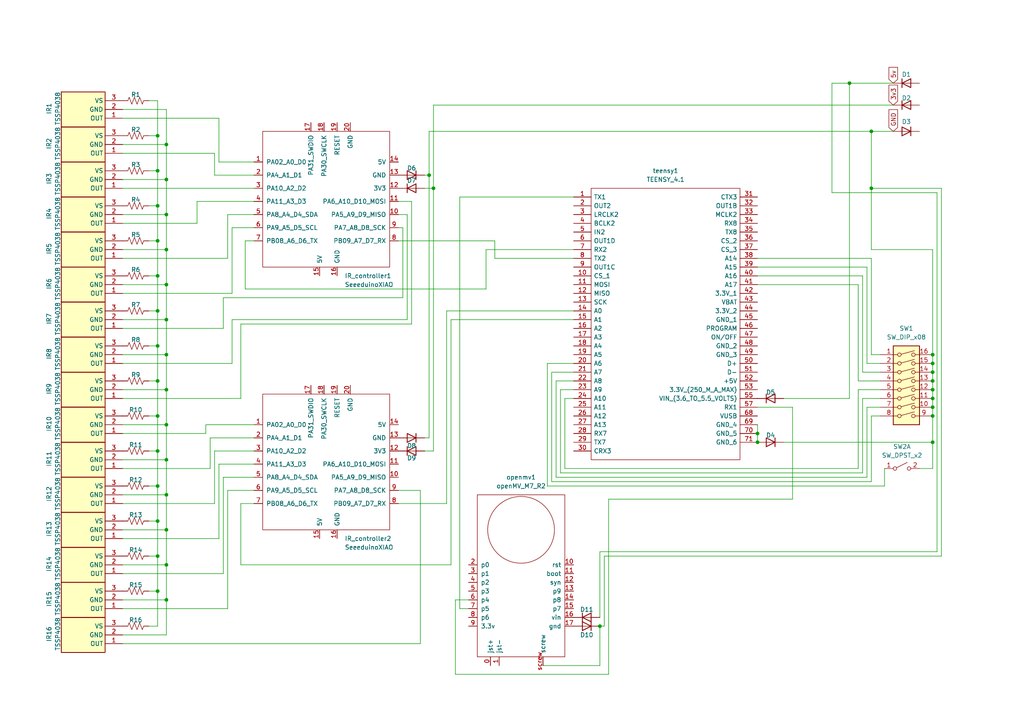
<source format=kicad_sch>
(kicad_sch (version 20231120) (generator "eeschema") (generator_version "8.0")
  (paper "A4")
  (lib_symbols
    (symbol "Device:D" (pin_numbers hide) (pin_names (offset 1.016) hide)
      (property "Reference" "D" (at 0 2.54 0))
      (property "Value" "D" (at 0 -2.54 0))
      (symbol "D_0_1"
        (polyline (pts (xy -1.27 1.27) (xy -1.27 -1.27)) (stroke (width 0.254)))
        (polyline (pts (xy 1.27 0) (xy -1.27 0)))
        (polyline (pts (xy 1.27 1.27) (xy 1.27 -1.27) (xy -1.27 0) (xy 1.27 1.27)) (stroke (width 0.254)))
      )
      (symbol "D_1_1"
        (pin passive line (at -3.81 0 0) (length 2.54) (name "K") (number "1"))
        (pin passive line (at 3.81 0 180) (length 2.54) (name "A") (number "2"))
      )
    )
    (symbol "Device:R_US" (pin_numbers hide) (pin_names (offset 0))
      (property "Reference" "R" (at 2.54 0 90))
      (property "Value" "R_US" (at -2.54 0 90))
      (symbol "R_US_0_1"
        (polyline (pts (xy 0 -2.286) (xy 0 -2.54)))
        (polyline (pts (xy 0 2.286) (xy 0 2.54)))
        (polyline (pts (xy 0 -0.762) (xy 1.016 -1.143) (xy 0 -1.524) (xy -1.016 -1.905) (xy 0 -2.286)))
        (polyline (pts (xy 0 0.762) (xy 1.016 0.381) (xy 0 0) (xy -1.016 -0.381) (xy 0 -0.762)))
        (polyline (pts (xy 0 2.286) (xy 1.016 1.905) (xy 0 1.524) (xy -1.016 1.143) (xy 0 0.762)))
      )
      (symbol "R_US_1_1"
        (pin passive line (at 0 3.81 270) (length 1.27) (name "~") (number "1"))
        (pin passive line (at 0 -3.81 90) (length 1.27) (name "~") (number "2"))
      )
    )
    (symbol "Seeeduino XIAO:SeeeduinoXIAO" (pin_names (offset 1.016))
      (property "Reference" "U" (at -19.05 22.86 0))
      (property "Value" "SeeeduinoXIAO" (at -12.7 21.59 0))
      (symbol "SeeeduinoXIAO_0_1"
        (rectangle (start -19.05 20.32) (end 17.78 -19.05))
      )
      (symbol "SeeeduinoXIAO_1_1"
        (pin unspecified line (at -21.59 11.43 0) (length 2.54) (name "PA02_A0_D0") (number "1"))
        (pin unspecified line (at 20.32 -3.81 180) (length 2.54) (name "PA5_A9_D9_MISO") (number "10"))
        (pin unspecified line (at 20.32 0 180) (length 2.54) (name "PA6_A10_D10_MOSI") (number "11"))
        (pin unspecified line (at 20.32 3.81 180) (length 2.54) (name "3V3") (number "12"))
        (pin unspecified line (at 20.32 7.62 180) (length 2.54) (name "GND") (number "13"))
        (pin unspecified line (at 20.32 11.43 180) (length 2.54) (name "5V") (number "14"))
        (pin input line (at -2.54 -21.59 90) (length 2.54) (name "5V") (number "15"))
        (pin input line (at 2.54 -21.59 90) (length 2.54) (name "GND") (number "16"))
        (pin input line (at -5.08 22.86 270) (length 2.54) (name "PA31_SWDIO") (number "17"))
        (pin input line (at -1.27 22.86 270) (length 2.54) (name "PA30_SWCLK") (number "18"))
        (pin input line (at 2.54 22.86 270) (length 2.54) (name "RESET") (number "19"))
        (pin unspecified line (at -21.59 7.62 0) (length 2.54) (name "PA4_A1_D1") (number "2"))
        (pin input line (at 6.35 22.86 270) (length 2.54) (name "GND") (number "20"))
        (pin unspecified line (at -21.59 3.81 0) (length 2.54) (name "PA10_A2_D2") (number "3"))
        (pin unspecified line (at -21.59 0 0) (length 2.54) (name "PA11_A3_D3") (number "4"))
        (pin unspecified line (at -21.59 -3.81 0) (length 2.54) (name "PA8_A4_D4_SDA") (number "5"))
        (pin unspecified line (at -21.59 -7.62 0) (length 2.54) (name "PA9_A5_D5_SCL") (number "6"))
        (pin unspecified line (at -21.59 -11.43 0) (length 2.54) (name "PB08_A6_D6_TX") (number "7"))
        (pin unspecified line (at 20.32 -11.43 180) (length 2.54) (name "PB09_A7_D7_RX") (number "8"))
        (pin unspecified line (at 20.32 -7.62 180) (length 2.54) (name "PA7_A8_D8_SCK") (number "9"))
      )
    )
    (symbol "Switch:SW_DIP_x08" (pin_names (offset 0) hide)
      (property "Reference" "SW" (at 0 13.97 0))
      (property "Value" "SW_DIP_x08" (at 0 -11.43 0))
      (symbol "SW_DIP_x08_0_0"
        (circle (center -2.032 -7.62) (radius 0.508))
        (circle (center -2.032 -5.08) (radius 0.508))
        (circle (center -2.032 -2.54) (radius 0.508))
        (circle (center -2.032 0) (radius 0.508))
        (circle (center -2.032 2.54) (radius 0.508))
        (circle (center -2.032 5.08) (radius 0.508))
        (circle (center -2.032 7.62) (radius 0.508))
        (circle (center -2.032 10.16) (radius 0.508))
        (polyline (pts (xy -1.524 -7.4676) (xy 2.3622 -6.4262)))
        (polyline (pts (xy -1.524 -4.9276) (xy 2.3622 -3.8862)))
        (polyline (pts (xy -1.524 -2.3876) (xy 2.3622 -1.3462)))
        (polyline (pts (xy -1.524 0.127) (xy 2.3622 1.1684)))
        (polyline (pts (xy -1.524 2.667) (xy 2.3622 3.7084)))
        (polyline (pts (xy -1.524 5.207) (xy 2.3622 6.2484)))
        (polyline (pts (xy -1.524 7.747) (xy 2.3622 8.7884)))
        (polyline (pts (xy -1.524 10.287) (xy 2.3622 11.3284)))
        (circle (center 2.032 -7.62) (radius 0.508))
        (circle (center 2.032 -5.08) (radius 0.508))
        (circle (center 2.032 -2.54) (radius 0.508))
        (circle (center 2.032 0) (radius 0.508))
        (circle (center 2.032 2.54) (radius 0.508))
        (circle (center 2.032 5.08) (radius 0.508))
        (circle (center 2.032 7.62) (radius 0.508))
        (circle (center 2.032 10.16) (radius 0.508))
      )
      (symbol "SW_DIP_x08_0_1"
        (rectangle (start -3.81 12.7) (end 3.81 -10.16) (stroke (width 0.254)) (fill (type background)))
      )
      (symbol "SW_DIP_x08_1_1"
        (pin passive line (at -7.62 10.16 0) (length 5.08) (name "~") (number "1"))
        (pin passive line (at 7.62 -5.08 180) (length 5.08) (name "~") (number "10"))
        (pin passive line (at 7.62 -2.54 180) (length 5.08) (name "~") (number "11"))
        (pin passive line (at 7.62 0 180) (length 5.08) (name "~") (number "12"))
        (pin passive line (at 7.62 2.54 180) (length 5.08) (name "~") (number "13"))
        (pin passive line (at 7.62 5.08 180) (length 5.08) (name "~") (number "14"))
        (pin passive line (at 7.62 7.62 180) (length 5.08) (name "~") (number "15"))
        (pin passive line (at 7.62 10.16 180) (length 5.08) (name "~") (number "16"))
        (pin passive line (at -7.62 7.62 0) (length 5.08) (name "~") (number "2"))
        (pin passive line (at -7.62 5.08 0) (length 5.08) (name "~") (number "3"))
        (pin passive line (at -7.62 2.54 0) (length 5.08) (name "~") (number "4"))
        (pin passive line (at -7.62 0 0) (length 5.08) (name "~") (number "5"))
        (pin passive line (at -7.62 -2.54 0) (length 5.08) (name "~") (number "6"))
        (pin passive line (at -7.62 -5.08 0) (length 5.08) (name "~") (number "7"))
        (pin passive line (at -7.62 -7.62 0) (length 5.08) (name "~") (number "8"))
        (pin passive line (at 7.62 -7.62 180) (length 5.08) (name "~") (number "9"))
      )
    )
    (symbol "Switch:SW_DPST_x2" (pin_names (offset 0) hide)
      (property "Reference" "SW" (at 0 3.175 0))
      (property "Value" "SW_DPST_x2" (at 0 -2.54 0))
      (symbol "SW_DPST_x2_0_0"
        (circle (center -2.032 0) (radius 0.508))
        (polyline (pts (xy -1.524 0.254) (xy 1.524 1.778)))
        (circle (center 2.032 0) (radius 0.508))
      )
      (symbol "SW_DPST_x2_1_1"
        (pin passive line (at -5.08 0 0) (length 2.54) (name "A") (number "1"))
        (pin passive line (at 5.08 0 180) (length 2.54) (name "B") (number "2"))
      )
      (symbol "SW_DPST_x2_2_1"
        (pin passive line (at -5.08 0 0) (length 2.54) (name "A") (number "3"))
        (pin passive line (at 5.08 0 180) (length 2.54) (name "B") (number "4"))
      )
    )
    (symbol "TEENSY_4.1:TEENSY_4.1" (pin_names (offset 0.762))
      (property "Reference" "IC" (at 49.53 7.62 0))
      (property "Value" "TEENSY_4.1" (at 49.53 5.08 0))
      (symbol "TEENSY_4.1_0_0"
        (pin passive line (at 0 0 0) (length 5.08) (name "TX1") (number "1"))
        (pin passive line (at 0 -22.86 0) (length 5.08) (name "CS_1") (number "10"))
        (pin passive line (at 0 -25.4 0) (length 5.08) (name "MOSI") (number "11"))
        (pin passive line (at 0 -27.94 0) (length 5.08) (name "MISO") (number "12"))
        (pin passive line (at 0 -30.48 0) (length 5.08) (name "SCK") (number "13"))
        (pin passive line (at 0 -33.02 0) (length 5.08) (name "A0") (number "14"))
        (pin passive line (at 0 -35.56 0) (length 5.08) (name "A1") (number "15"))
        (pin passive line (at 0 -38.1 0) (length 5.08) (name "A2") (number "16"))
        (pin passive line (at 0 -40.64 0) (length 5.08) (name "A3") (number "17"))
        (pin passive line (at 0 -43.18 0) (length 5.08) (name "A4") (number "18"))
        (pin passive line (at 0 -45.72 0) (length 5.08) (name "A5") (number "19"))
        (pin passive line (at 0 -2.54 0) (length 5.08) (name "OUT2") (number "2"))
        (pin passive line (at 0 -48.26 0) (length 5.08) (name "A6") (number "20"))
        (pin passive line (at 0 -50.8 0) (length 5.08) (name "A7") (number "21"))
        (pin passive line (at 0 -53.34 0) (length 5.08) (name "A8") (number "22"))
        (pin passive line (at 0 -55.88 0) (length 5.08) (name "A9") (number "23"))
        (pin passive line (at 0 -58.42 0) (length 5.08) (name "A10") (number "24"))
        (pin passive line (at 0 -60.96 0) (length 5.08) (name "A11") (number "25"))
        (pin passive line (at 0 -63.5 0) (length 5.08) (name "A12") (number "26"))
        (pin passive line (at 0 -66.04 0) (length 5.08) (name "A13") (number "27"))
        (pin passive line (at 0 -68.58 0) (length 5.08) (name "RX7") (number "28"))
        (pin passive line (at 0 -71.12 0) (length 5.08) (name "TX7") (number "29"))
        (pin passive line (at 0 -5.08 0) (length 5.08) (name "LRCLK2") (number "3"))
        (pin passive line (at 0 -73.66 0) (length 5.08) (name "CRX3") (number "30"))
        (pin passive line (at 53.34 0 180) (length 5.08) (name "CTX3") (number "31"))
        (pin passive line (at 53.34 -2.54 180) (length 5.08) (name "OUT1B") (number "32"))
        (pin passive line (at 53.34 -5.08 180) (length 5.08) (name "MCLK2") (number "33"))
        (pin passive line (at 53.34 -7.62 180) (length 5.08) (name "RX8") (number "34"))
        (pin passive line (at 53.34 -10.16 180) (length 5.08) (name "TX8") (number "35"))
        (pin passive line (at 53.34 -12.7 180) (length 5.08) (name "CS_2") (number "36"))
        (pin passive line (at 53.34 -15.24 180) (length 5.08) (name "CS_3") (number "37"))
        (pin passive line (at 53.34 -17.78 180) (length 5.08) (name "A14") (number "38"))
        (pin passive line (at 53.34 -20.32 180) (length 5.08) (name "A15") (number "39"))
        (pin passive line (at 0 -7.62 0) (length 5.08) (name "BCLK2") (number "4"))
        (pin passive line (at 53.34 -22.86 180) (length 5.08) (name "A16") (number "40"))
        (pin passive line (at 53.34 -25.4 180) (length 5.08) (name "A17") (number "41"))
        (pin passive line (at 53.34 -27.94 180) (length 5.08) (name "3.3V_1") (number "42"))
        (pin passive line (at 53.34 -30.48 180) (length 5.08) (name "VBAT") (number "43"))
        (pin passive line (at 53.34 -33.02 180) (length 5.08) (name "3.3V_2") (number "44"))
        (pin passive line (at 53.34 -35.56 180) (length 5.08) (name "GND_1") (number "45"))
        (pin passive line (at 53.34 -38.1 180) (length 5.08) (name "PROGRAM") (number "46"))
        (pin passive line (at 53.34 -40.64 180) (length 5.08) (name "ON/OFF") (number "47"))
        (pin passive line (at 53.34 -43.18 180) (length 5.08) (name "GND_2") (number "48"))
        (pin passive line (at 53.34 -45.72 180) (length 5.08) (name "GND_3") (number "49"))
        (pin passive line (at 0 -10.16 0) (length 5.08) (name "IN2") (number "5"))
        (pin passive line (at 53.34 -48.26 180) (length 5.08) (name "D+") (number "50"))
        (pin passive line (at 53.34 -50.8 180) (length 5.08) (name "D-") (number "51"))
        (pin passive line (at 53.34 -53.34 180) (length 5.08) (name "+5V") (number "52"))
        (pin passive line (at 53.34 -55.88 180) (length 5.08) (name "3.3V_(250_M_A_MAX)") (number "53"))
        (pin passive line (at 53.34 -58.42 180) (length 5.08) (name "VIN_(3.6_TO_5.5_VOLTS)") (number "55"))
        (pin passive line (at 53.34 -60.96 180) (length 5.08) (name "RX1") (number "57"))
        (pin passive line (at 0 -12.7 0) (length 5.08) (name "OUT1D") (number "6"))
        (pin passive line (at 53.34 -63.5 180) (length 5.08) (name "VUSB") (number "68"))
        (pin passive line (at 53.34 -66.04 180) (length 5.08) (name "GND_4") (number "69"))
        (pin passive line (at 0 -15.24 0) (length 5.08) (name "RX2") (number "7"))
        (pin passive line (at 53.34 -68.58 180) (length 5.08) (name "GND_5") (number "70"))
        (pin passive line (at 53.34 -71.12 180) (length 5.08) (name "GND_6") (number "71"))
        (pin passive line (at 0 -17.78 0) (length 5.08) (name "TX2") (number "8"))
        (pin passive line (at 0 -20.32 0) (length 5.08) (name "OUT1C") (number "9"))
      )
      (symbol "TEENSY_4.1_0_1"
        (polyline (pts (xy 5.08 2.54) (xy 48.26 2.54) (xy 48.26 -76.2) (xy 5.08 -76.2) (xy 5.08 2.54)) (stroke (width 0.1524)))
      )
    )
    (symbol "TSSP4038:TSSP4038"
      (property "Reference" "IC" (at 19.05 7.62 0))
      (property "Value" "TSSP4038" (at 19.05 5.08 0))
      (property "Footprint" "tssp4038:TSSP4038" (at 19.05 -94.92 0))
      (symbol "TSSP4038_1_1"
        (rectangle (start 5.08 2.54) (end 17.78 -7.62) (stroke (width 0.254)) (fill (type background)))
        (pin passive line (at 0 0 0) (length 5.08) (name "OUT") (number "1"))
        (pin passive line (at 0 -2.54 0) (length 5.08) (name "GND") (number "2"))
        (pin passive line (at 0 -5.08 0) (length 5.08) (name "VS") (number "3"))
      )
    )
    (symbol "openmv_m7_r2:openMV_M7_R2" (pin_names (offset 1.016))
      (property "Reference" "U" (at 0 34.29 0))
      (property "Value" "openMV_M7_R2" (at 0 30.48 0))
      (symbol "openMV_M7_R2_0_1"
        (rectangle (start -12.7 25.4) (end 12.7 -21.59))
        (circle (center 0 15.24) (radius 9.6774))
      )
      (symbol "openMV_M7_R2_1_1"
        (pin power_in line (at -8.89 -24.13 90) (length 2.54) (name "jst+") (number "0"))
        (pin power_in line (at -6.35 -24.13 90) (length 2.54) (name "jst-") (number "1"))
        (pin input line (at 15.24 5.08 180) (length 2.54) (name "rst") (number "10"))
        (pin bidirectional line (at 15.24 2.54 180) (length 2.54) (name "boot") (number "11"))
        (pin bidirectional line (at 15.24 0 180) (length 2.54) (name "syn") (number "12"))
        (pin bidirectional line (at 15.24 -2.54 180) (length 2.54) (name "p9") (number "13"))
        (pin bidirectional line (at 15.24 -5.08 180) (length 2.54) (name "p8") (number "14"))
        (pin bidirectional line (at 15.24 -7.62 180) (length 2.54) (name "p7") (number "15"))
        (pin bidirectional line (at 15.24 -10.16 180) (length 2.54) (name "vin") (number "16"))
        (pin bidirectional line (at 15.24 -12.7 180) (length 2.54) (name "gnd") (number "17"))
        (pin bidirectional line (at -15.24 5.08 0) (length 2.54) (name "p0") (number "2"))
        (pin bidirectional line (at -15.24 2.54 0) (length 2.54) (name "p1") (number "3"))
        (pin bidirectional line (at -15.24 0 0) (length 2.54) (name "p2") (number "4"))
        (pin bidirectional line (at -15.24 -2.54 0) (length 2.54) (name "p3") (number "5"))
        (pin bidirectional line (at -15.24 -5.08 0) (length 2.54) (name "p4") (number "6"))
        (pin bidirectional line (at -15.24 -7.62 0) (length 2.54) (name "p5") (number "7"))
        (pin bidirectional line (at -15.24 -10.16 0) (length 2.54) (name "p6") (number "8"))
        (pin power_in line (at -15.24 -12.7 0) (length 2.54) (name "3.3v") (number "9"))
        (pin passive line (at 6.35 -24.13 90) (length 2.54) (name "screw") (number "screw"))
      )
    )
  )
  (junction (at 219.71 128.27))
  (junction (at 270.51 118.11))
  (junction (at 270.51 128.27))
  (junction (at 48.26 143.51))
  (junction (at 45.72 120.65))
  (junction (at 270.51 102.87))
  (junction (at 48.26 82.55))
  (junction (at 219.71 125.73))
  (junction (at 48.26 41.91))
  (junction (at 270.51 115.57))
  (junction (at 45.72 161.29))
  (junction (at 125.73 54.61))
  (junction (at 252.73 38.1))
  (junction (at 45.72 69.85))
  (junction (at 270.51 110.49))
  (junction (at 48.26 153.67))
  (junction (at 173.99 181.61))
  (junction (at 48.26 133.35))
  (junction (at 45.72 49.53))
  (junction (at 45.72 110.49))
  (junction (at 270.51 105.41))
  (junction (at 270.51 113.03))
  (junction (at 124.46 50.8))
  (junction (at 48.26 62.23))
  (junction (at 45.72 140.97))
  (junction (at 48.26 123.19))
  (junction (at 45.72 39.37))
  (junction (at 45.72 151.13))
  (junction (at 45.72 130.81))
  (junction (at 48.26 52.07))
  (junction (at 252.73 54.61))
  (junction (at 48.26 102.87))
  (junction (at 45.72 59.69))
  (junction (at 45.72 80.01))
  (junction (at 270.51 120.65))
  (junction (at 48.26 72.39))
  (junction (at 48.26 163.83))
  (junction (at 48.26 92.71))
  (junction (at 48.26 173.99))
  (junction (at 45.72 90.17))
  (junction (at 45.72 171.45))
  (junction (at 45.72 100.33))
  (junction (at 48.26 113.03))
  (junction (at 246.38 24.13))
  (junction (at 270.51 107.95))
  (wire (pts (xy 45.72 100.33) (xy 43.18 100.33)))
  (wire (pts (xy 45.72 59.69) (xy 43.18 59.69)))
  (wire (pts (xy 251.46 77.47) (xy 219.71 77.47)))
  (wire (pts (xy 45.72 90.17) (xy 43.18 90.17)))
  (wire (pts (xy 62.23 50.8) (xy 73.66 50.8)))
  (wire (pts (xy 158.75 105.41) (xy 158.75 140.97)))
  (wire (pts (xy 119.38 93.98) (xy 119.38 58.42)))
  (wire (pts (xy 62.23 130.81) (xy 62.23 146.05)))
  (wire (pts (xy 255.27 115.57) (xy 250.19 115.57)))
  (wire (pts (xy 252.73 38.1) (xy 124.46 38.1)))
  (wire (pts (xy 166.37 115.57) (xy 163.83 115.57)))
  (wire (pts (xy 123.19 50.8) (xy 124.46 50.8)))
  (wire (pts (xy 173.99 181.61) (xy 175.26 181.61)))
  (wire (pts (xy 45.72 49.53) (xy 45.72 39.37)))
  (wire (pts (xy 140.97 72.39) (xy 166.37 72.39)))
  (wire (pts (xy 132.08 195.58) (xy 176.53 195.58)))
  (wire (pts (xy 219.71 80.01) (xy 250.19 80.01)))
  (wire (pts (xy 248.92 82.55) (xy 219.71 82.55)))
  (wire (pts (xy 35.56 82.55) (xy 48.26 82.55)))
  (wire (pts (xy 273.05 161.29) (xy 273.05 54.61)))
  (wire (pts (xy 161.29 110.49) (xy 161.29 138.43)))
  (wire (pts (xy 69.85 163.83) (xy 69.85 146.05)))
  (wire (pts (xy 157.48 193.04) (xy 173.99 193.04)))
  (wire (pts (xy 175.26 161.29) (xy 273.05 161.29)))
  (wire (pts (xy 35.56 72.39) (xy 48.26 72.39)))
  (wire (pts (xy 45.72 140.97) (xy 43.18 140.97)))
  (wire (pts (xy 48.26 72.39) (xy 48.26 82.55)))
  (wire (pts (xy 175.26 181.61) (xy 175.26 161.29)))
  (wire (pts (xy 132.08 173.99) (xy 132.08 195.58)))
  (wire (pts (xy 115.57 146.05) (xy 129.54 146.05)))
  (wire (pts (xy 270.51 110.49) (xy 270.51 113.03)))
  (wire (pts (xy 43.18 181.61) (xy 45.72 181.61)))
  (wire (pts (xy 133.35 57.15) (xy 133.35 176.53)))
  (wire (pts (xy 35.56 143.51) (xy 48.26 143.51)))
  (wire (pts (xy 123.19 130.81) (xy 125.73 130.81)))
  (wire (pts (xy 45.72 161.29) (xy 43.18 161.29)))
  (wire (pts (xy 73.66 69.85) (xy 71.12 69.85)))
  (wire (pts (xy 48.26 52.07) (xy 48.26 41.91)))
  (wire (pts (xy 45.72 140.97) (xy 45.72 130.81)))
  (wire (pts (xy 35.56 64.77) (xy 57.15 64.77)))
  (wire (pts (xy 45.72 161.29) (xy 45.72 151.13)))
  (wire (pts (xy 35.56 62.23) (xy 48.26 62.23)))
  (wire (pts (xy 73.66 130.81) (xy 62.23 130.81)))
  (wire (pts (xy 252.73 74.93) (xy 252.73 102.87)))
  (wire (pts (xy 219.71 123.19) (xy 219.71 125.73)))
  (wire (pts (xy 35.56 135.89) (xy 60.96 135.89)))
  (wire (pts (xy 252.73 120.65) (xy 252.73 139.7)))
  (wire (pts (xy 270.51 72.39) (xy 252.73 72.39)))
  (wire (pts (xy 129.54 90.17) (xy 129.54 146.05)))
  (wire (pts (xy 140.97 83.82) (xy 140.97 72.39)))
  (wire (pts (xy 161.29 138.43) (xy 251.46 138.43)))
  (wire (pts (xy 45.72 171.45) (xy 45.72 161.29)))
  (wire (pts (xy 270.51 120.65) (xy 270.51 128.27)))
  (wire (pts (xy 64.77 86.36) (xy 116.84 86.36)))
  (wire (pts (xy 270.51 102.87) (xy 270.51 72.39)))
  (wire (pts (xy 48.26 153.67) (xy 48.26 163.83)))
  (wire (pts (xy 59.69 123.19) (xy 73.66 123.19)))
  (wire (pts (xy 48.26 163.83) (xy 48.26 173.99)))
  (wire (pts (xy 60.96 135.89) (xy 60.96 127)))
  (wire (pts (xy 48.26 52.07) (xy 48.26 62.23)))
  (wire (pts (xy 124.46 38.1) (xy 124.46 50.8)))
  (wire (pts (xy 35.56 153.67) (xy 48.26 153.67)))
  (wire (pts (xy 45.72 100.33) (xy 45.72 90.17)))
  (wire (pts (xy 45.72 130.81) (xy 43.18 130.81)))
  (wire (pts (xy 62.23 44.45) (xy 62.23 50.8)))
  (wire (pts (xy 35.56 115.57) (xy 69.85 115.57)))
  (wire (pts (xy 60.96 127) (xy 73.66 127)))
  (wire (pts (xy 67.31 66.04) (xy 73.66 66.04)))
  (wire (pts (xy 45.72 90.17) (xy 45.72 80.01)))
  (wire (pts (xy 130.81 92.71) (xy 130.81 163.83)))
  (wire (pts (xy 173.99 160.02) (xy 271.78 160.02)))
  (wire (pts (xy 45.72 130.81) (xy 45.72 120.65)))
  (wire (pts (xy 229.87 144.78) (xy 229.87 118.11)))
  (wire (pts (xy 35.56 74.93) (xy 66.04 74.93)))
  (wire (pts (xy 123.19 54.61) (xy 125.73 54.61)))
  (wire (pts (xy 158.75 140.97) (xy 256.54 140.97)))
  (wire (pts (xy 133.35 57.15) (xy 166.37 57.15)))
  (wire (pts (xy 250.19 80.01) (xy 250.19 107.95)))
  (wire (pts (xy 69.85 146.05) (xy 73.66 146.05)))
  (wire (pts (xy 67.31 105.41) (xy 35.56 105.41)))
  (wire (pts (xy 45.72 110.49) (xy 43.18 110.49)))
  (wire (pts (xy 45.72 110.49) (xy 45.72 100.33)))
  (wire (pts (xy 59.69 125.73) (xy 59.69 123.19)))
  (wire (pts (xy 62.23 146.05) (xy 35.56 146.05)))
  (wire (pts (xy 246.38 24.13) (xy 259.08 24.13)))
  (wire (pts (xy 135.89 176.53) (xy 133.35 176.53)))
  (wire (pts (xy 270.51 102.87) (xy 270.51 105.41)))
  (wire (pts (xy 73.66 46.99) (xy 63.5 46.99)))
  (wire (pts (xy 252.73 139.7) (xy 160.02 139.7)))
  (wire (pts (xy 219.71 74.93) (xy 252.73 74.93)))
  (wire (pts (xy 124.46 127) (xy 124.46 50.8)))
  (wire (pts (xy 270.51 118.11) (xy 270.51 120.65)))
  (wire (pts (xy 130.81 163.83) (xy 69.85 163.83)))
  (wire (pts (xy 125.73 30.48) (xy 125.73 54.61)))
  (wire (pts (xy 271.78 160.02) (xy 271.78 55.88)))
  (wire (pts (xy 48.26 82.55) (xy 48.26 92.71)))
  (wire (pts (xy 35.56 184.15) (xy 48.26 184.15)))
  (wire (pts (xy 66.04 142.24) (xy 66.04 176.53)))
  (wire (pts (xy 116.84 66.04) (xy 115.57 66.04)))
  (wire (pts (xy 66.04 62.23) (xy 73.66 62.23)))
  (wire (pts (xy 173.99 193.04) (xy 173.99 181.61)))
  (wire (pts (xy 251.46 105.41) (xy 251.46 77.47)))
  (wire (pts (xy 45.72 69.85) (xy 45.72 59.69)))
  (wire (pts (xy 35.56 156.21) (xy 63.5 156.21)))
  (wire (pts (xy 45.72 80.01) (xy 43.18 80.01)))
  (wire (pts (xy 256.54 140.97) (xy 256.54 135.89)))
  (wire (pts (xy 248.92 110.49) (xy 248.92 82.55)))
  (wire (pts (xy 248.92 135.89) (xy 248.92 113.03)))
  (wire (pts (xy 35.56 41.91) (xy 48.26 41.91)))
  (wire (pts (xy 35.56 44.45) (xy 62.23 44.45)))
  (wire (pts (xy 252.73 38.1) (xy 259.08 38.1)))
  (wire (pts (xy 45.72 151.13) (xy 43.18 151.13)))
  (wire (pts (xy 121.92 142.24) (xy 115.57 142.24)))
  (wire (pts (xy 255.27 110.49) (xy 248.92 110.49)))
  (wire (pts (xy 227.33 128.27) (xy 270.51 128.27)))
  (wire (pts (xy 251.46 118.11) (xy 255.27 118.11)))
  (wire (pts (xy 162.56 137.16) (xy 162.56 113.03)))
  (wire (pts (xy 115.57 62.23) (xy 118.11 62.23)))
  (wire (pts (xy 252.73 54.61) (xy 252.73 38.1)))
  (wire (pts (xy 121.92 186.69) (xy 121.92 142.24)))
  (wire (pts (xy 35.56 92.71) (xy 48.26 92.71)))
  (wire (pts (xy 270.51 115.57) (xy 270.51 118.11)))
  (wire (pts (xy 162.56 113.03) (xy 166.37 113.03)))
  (wire (pts (xy 227.33 115.57) (xy 246.38 115.57)))
  (wire (pts (xy 48.26 102.87) (xy 48.26 113.03)))
  (wire (pts (xy 160.02 107.95) (xy 166.37 107.95)))
  (wire (pts (xy 48.26 31.75) (xy 35.56 31.75)))
  (wire (pts (xy 116.84 86.36) (xy 116.84 66.04)))
  (wire (pts (xy 64.77 95.25) (xy 64.77 86.36)))
  (wire (pts (xy 67.31 92.71) (xy 67.31 105.41)))
  (wire (pts (xy 73.66 58.42) (xy 57.15 58.42)))
  (wire (pts (xy 271.78 55.88) (xy 241.3 55.88)))
  (wire (pts (xy 115.57 69.85) (xy 143.51 69.85)))
  (wire (pts (xy 48.26 143.51) (xy 48.26 153.67)))
  (wire (pts (xy 250.19 107.95) (xy 255.27 107.95)))
  (wire (pts (xy 270.51 135.89) (xy 266.7 135.89)))
  (wire (pts (xy 252.73 54.61) (xy 273.05 54.61)))
  (wire (pts (xy 250.19 115.57) (xy 250.19 137.16)))
  (wire (pts (xy 166.37 105.41) (xy 158.75 105.41)))
  (wire (pts (xy 135.89 173.99) (xy 132.08 173.99)))
  (wire (pts (xy 35.56 123.19) (xy 48.26 123.19)))
  (wire (pts (xy 35.56 85.09) (xy 67.31 85.09)))
  (wire (pts (xy 48.26 173.99) (xy 48.26 184.15)))
  (wire (pts (xy 255.27 105.41) (xy 251.46 105.41)))
  (wire (pts (xy 176.53 144.78) (xy 229.87 144.78)))
  (wire (pts (xy 45.72 59.69) (xy 45.72 49.53)))
  (wire (pts (xy 64.77 138.43) (xy 73.66 138.43)))
  (wire (pts (xy 35.56 173.99) (xy 48.26 173.99)))
  (wire (pts (xy 251.46 138.43) (xy 251.46 118.11)))
  (wire (pts (xy 252.73 72.39) (xy 252.73 54.61)))
  (wire (pts (xy 48.26 113.03) (xy 48.26 123.19)))
  (wire (pts (xy 45.72 181.61) (xy 45.72 171.45)))
  (wire (pts (xy 48.26 133.35) (xy 48.26 143.51)))
  (wire (pts (xy 48.26 123.19) (xy 48.26 133.35)))
  (wire (pts (xy 35.56 125.73) (xy 59.69 125.73)))
  (wire (pts (xy 35.56 133.35) (xy 48.26 133.35)))
  (wire (pts (xy 45.72 69.85) (xy 43.18 69.85)))
  (wire (pts (xy 229.87 118.11) (xy 219.71 118.11)))
  (wire (pts (xy 35.56 163.83) (xy 48.26 163.83)))
  (wire (pts (xy 143.51 74.93) (xy 166.37 74.93)))
  (wire (pts (xy 250.19 137.16) (xy 162.56 137.16)))
  (wire (pts (xy 45.72 171.45) (xy 43.18 171.45)))
  (wire (pts (xy 63.5 46.99) (xy 63.5 34.29)))
  (wire (pts (xy 176.53 195.58) (xy 176.53 144.78)))
  (wire (pts (xy 45.72 29.21) (xy 43.18 29.21)))
  (wire (pts (xy 166.37 110.49) (xy 161.29 110.49)))
  (wire (pts (xy 35.56 113.03) (xy 48.26 113.03)))
  (wire (pts (xy 35.56 52.07) (xy 48.26 52.07)))
  (wire (pts (xy 45.72 80.01) (xy 45.72 69.85)))
  (wire (pts (xy 129.54 90.17) (xy 166.37 90.17)))
  (wire (pts (xy 35.56 95.25) (xy 64.77 95.25)))
  (wire (pts (xy 45.72 120.65) (xy 43.18 120.65)))
  (wire (pts (xy 69.85 115.57) (xy 69.85 93.98)))
  (wire (pts (xy 48.26 41.91) (xy 48.26 31.75)))
  (wire (pts (xy 119.38 58.42) (xy 115.57 58.42)))
  (wire (pts (xy 252.73 102.87) (xy 255.27 102.87)))
  (wire (pts (xy 66.04 176.53) (xy 35.56 176.53)))
  (wire (pts (xy 163.83 115.57) (xy 163.83 135.89)))
  (wire (pts (xy 123.19 127) (xy 124.46 127)))
  (wire (pts (xy 125.73 54.61) (xy 125.73 130.81)))
  (wire (pts (xy 57.15 58.42) (xy 57.15 64.77)))
  (wire (pts (xy 270.51 113.03) (xy 270.51 115.57)))
  (wire (pts (xy 35.56 166.37) (xy 64.77 166.37)))
  (wire (pts (xy 45.72 39.37) (xy 43.18 39.37)))
  (wire (pts (xy 118.11 92.71) (xy 67.31 92.71)))
  (wire (pts (xy 66.04 62.23) (xy 66.04 74.93)))
  (wire (pts (xy 63.5 134.62) (xy 73.66 134.62)))
  (wire (pts (xy 63.5 34.29) (xy 35.56 34.29)))
  (wire (pts (xy 45.72 39.37) (xy 45.72 29.21)))
  (wire (pts (xy 246.38 115.57) (xy 246.38 24.13)))
  (wire (pts (xy 166.37 92.71) (xy 130.81 92.71)))
  (wire (pts (xy 71.12 83.82) (xy 140.97 83.82)))
  (wire (pts (xy 63.5 156.21) (xy 63.5 134.62)))
  (wire (pts (xy 71.12 69.85) (xy 71.12 83.82)))
  (wire (pts (xy 241.3 55.88) (xy 241.3 24.13)))
  (wire (pts (xy 35.56 102.87) (xy 48.26 102.87)))
  (wire (pts (xy 48.26 92.71) (xy 48.26 102.87)))
  (wire (pts (xy 270.51 107.95) (xy 270.51 110.49)))
  (wire (pts (xy 35.56 54.61) (xy 73.66 54.61)))
  (wire (pts (xy 255.27 120.65) (xy 252.73 120.65)))
  (wire (pts (xy 118.11 62.23) (xy 118.11 92.71)))
  (wire (pts (xy 163.83 135.89) (xy 248.92 135.89)))
  (wire (pts (xy 35.56 186.69) (xy 121.92 186.69)))
  (wire (pts (xy 73.66 142.24) (xy 66.04 142.24)))
  (wire (pts (xy 270.51 128.27) (xy 270.51 135.89)))
  (wire (pts (xy 219.71 125.73) (xy 219.71 128.27)))
  (wire (pts (xy 67.31 85.09) (xy 67.31 66.04)))
  (wire (pts (xy 241.3 24.13) (xy 246.38 24.13)))
  (wire (pts (xy 160.02 139.7) (xy 160.02 107.95)))
  (wire (pts (xy 45.72 49.53) (xy 43.18 49.53)))
  (wire (pts (xy 259.08 30.48) (xy 125.73 30.48)))
  (wire (pts (xy 64.77 166.37) (xy 64.77 138.43)))
  (wire (pts (xy 143.51 69.85) (xy 143.51 74.93)))
  (wire (pts (xy 173.99 179.07) (xy 173.99 160.02)))
  (wire (pts (xy 48.26 62.23) (xy 48.26 72.39)))
  (wire (pts (xy 45.72 120.65) (xy 45.72 110.49)))
  (wire (pts (xy 270.51 105.41) (xy 270.51 107.95)))
  (wire (pts (xy 248.92 113.03) (xy 255.27 113.03)))
  (wire (pts (xy 69.85 93.98) (xy 119.38 93.98)))
  (wire (pts (xy 45.72 151.13) (xy 45.72 140.97)))
  (global_label "3v3" (shape input) (at 259.08 30.48 90) (property "Intersheetrefs" "${INTERSHEET_REFS}" (effects (hide yes))))
  (global_label "5v" (shape input) (at 259.08 24.13 90) (property "Intersheetrefs" "${INTERSHEET_REFS}" (effects (hide yes))))
  (global_label "GND" (shape input) (at 259.08 38.1 90) (property "Intersheetrefs" "${INTERSHEET_REFS}" (effects (hide yes))))
  (symbol (lib_id "TSSP4038:TSSP4038") (at 35.56 74.93 180) (unit 1)
    (property "Reference" "IR5" (at 14.224 72.136 90))
    (property "Value" "TSSP4038" (at 16.764 72.136 90))
    (property "Footprint" "tssp4038:TSSP4038" (effects (hide yes)))
    (property "Datasheet" "https://componentsearchengine.com/Datasheets/2/TSSP4038.pdf" (effects (hide yes)))
    (property "Description" "IR Receiver Module 38KHz 25m EMI 3-Pin Vishay TSSP4038, 38kHz IR Receiver, 950nm +/-45 , 25m Range, 2.5V - 5V, Through Hole, 6 x 3.9 x 6.95mm" (effects (hide yes)))
    (property "Manufacturer_Name" "Vishay" (effects (hide yes)))
    (property "Manufacturer_Part_Number" "TSSP4038" (effects (hide yes)))
    (property "Mouser Part Number" "782-TSSP4038" (effects (hide yes)))
    (property "Mouser Price/Stock" "https://www.mouser.co.uk/ProductDetail/Vishay-Semiconductors/TSSP4038?qs=lgjwDzixuo3Ja5hn%252BEmOdw%3D%3D" (effects (hide yes)))
    (property "Arrow Part Number" "TSSP4038" (effects (hide yes)))
    (property "Arrow Price/Stock" "https://www.arrow.com/en/products/tssp4038/vishay?region=nac" (effects (hide yes)))
  )
  (symbol (lib_id "Device:D") (at 262.89 24.13 0) (unit 1)
    (property "Reference" "D1" (at 262.89 21.59 0))
    (property "Value" "D" (effects (hide yes)))
    (property "Footprint" "Diode_SMD:D_MELF-RM10_Universal_Handsoldering" (effects (hide yes)))
    (property "Description" "Diode" (effects (hide yes)))
    (property "Sim.Device" "D" (effects (hide yes)))
    (property "Sim.Pins" "1=K 2=A" (effects (hide yes)))
  )
  (symbol (lib_id "TSSP4038:TSSP4038") (at 35.56 176.53 180) (unit 1)
    (property "Reference" "IR15" (at 14.224 173.736 90))
    (property "Value" "TSSP4038" (at 16.764 173.736 90))
    (property "Footprint" "tssp4038:TSSP4038" (effects (hide yes)))
    (property "Datasheet" "https://componentsearchengine.com/Datasheets/2/TSSP4038.pdf" (effects (hide yes)))
    (property "Description" "IR Receiver Module 38KHz 25m EMI 3-Pin Vishay TSSP4038, 38kHz IR Receiver, 950nm +/-45 , 25m Range, 2.5V - 5V, Through Hole, 6 x 3.9 x 6.95mm" (effects (hide yes)))
    (property "Manufacturer_Name" "Vishay" (effects (hide yes)))
    (property "Manufacturer_Part_Number" "TSSP4038" (effects (hide yes)))
    (property "Mouser Part Number" "782-TSSP4038" (effects (hide yes)))
    (property "Mouser Price/Stock" "https://www.mouser.co.uk/ProductDetail/Vishay-Semiconductors/TSSP4038?qs=lgjwDzixuo3Ja5hn%252BEmOdw%3D%3D" (effects (hide yes)))
    (property "Arrow Part Number" "TSSP4038" (effects (hide yes)))
    (property "Arrow Price/Stock" "https://www.arrow.com/en/products/tssp4038/vishay?region=nac" (effects (hide yes)))
  )
  (symbol (lib_id "Device:R_US") (at 39.37 110.49 90) (unit 1)
    (property "Reference" "R9" (at 39.37 108.712 90))
    (property "Value" "R_US" (effects (hide yes)))
    (property "Footprint" "old:resistor" (effects (hide yes)))
    (property "Description" "Resistor, US symbol" (effects (hide yes)))
  )
  (symbol (lib_id "Device:D") (at 170.18 179.07 0) (unit 1)
    (property "Reference" "D11" (at 170.18 176.784 0))
    (property "Value" "D" (effects (hide yes)))
    (property "Footprint" "Diode_SMD:D_MELF-RM10_Universal_Handsoldering" (effects (hide yes)))
    (property "Description" "Diode" (effects (hide yes)))
    (property "Sim.Device" "D" (effects (hide yes)))
    (property "Sim.Pins" "1=K 2=A" (effects (hide yes)))
  )
  (symbol (lib_id "TSSP4038:TSSP4038") (at 35.56 34.29 180) (unit 1)
    (property "Reference" "IR1" (at 14.224 31.496 90))
    (property "Value" "TSSP4038" (at 16.764 31.496 90))
    (property "Footprint" "tssp4038:TSSP4038" (effects (hide yes)))
    (property "Datasheet" "https://componentsearchengine.com/Datasheets/2/TSSP4038.pdf" (effects (hide yes)))
    (property "Description" "IR Receiver Module 38KHz 25m EMI 3-Pin Vishay TSSP4038, 38kHz IR Receiver, 950nm +/-45 , 25m Range, 2.5V - 5V, Through Hole, 6 x 3.9 x 6.95mm" (effects (hide yes)))
    (property "Manufacturer_Name" "Vishay" (effects (hide yes)))
    (property "Manufacturer_Part_Number" "TSSP4038" (effects (hide yes)))
    (property "Mouser Part Number" "782-TSSP4038" (effects (hide yes)))
    (property "Mouser Price/Stock" "https://www.mouser.co.uk/ProductDetail/Vishay-Semiconductors/TSSP4038?qs=lgjwDzixuo3Ja5hn%252BEmOdw%3D%3D" (effects (hide yes)))
    (property "Arrow Part Number" "TSSP4038" (effects (hide yes)))
    (property "Arrow Price/Stock" "https://www.arrow.com/en/products/tssp4038/vishay?region=nac" (effects (hide yes)))
  )
  (symbol (lib_id "TSSP4038:TSSP4038") (at 35.56 125.73 180) (unit 1)
    (property "Reference" "IR10" (at 14.224 122.936 90))
    (property "Value" "TSSP4038" (at 16.764 122.936 90))
    (property "Footprint" "tssp4038:TSSP4038" (effects (hide yes)))
    (property "Datasheet" "https://componentsearchengine.com/Datasheets/2/TSSP4038.pdf" (effects (hide yes)))
    (property "Description" "IR Receiver Module 38KHz 25m EMI 3-Pin Vishay TSSP4038, 38kHz IR Receiver, 950nm +/-45 , 25m Range, 2.5V - 5V, Through Hole, 6 x 3.9 x 6.95mm" (effects (hide yes)))
    (property "Manufacturer_Name" "Vishay" (effects (hide yes)))
    (property "Manufacturer_Part_Number" "TSSP4038" (effects (hide yes)))
    (property "Mouser Part Number" "782-TSSP4038" (effects (hide yes)))
    (property "Mouser Price/Stock" "https://www.mouser.co.uk/ProductDetail/Vishay-Semiconductors/TSSP4038?qs=lgjwDzixuo3Ja5hn%252BEmOdw%3D%3D" (effects (hide yes)))
    (property "Arrow Part Number" "TSSP4038" (effects (hide yes)))
    (property "Arrow Price/Stock" "https://www.arrow.com/en/products/tssp4038/vishay?region=nac" (effects (hide yes)))
  )
  (symbol (lib_id "Device:R_US") (at 39.37 140.97 90) (unit 1)
    (property "Reference" "R12" (at 39.37 139.192 90))
    (property "Value" "R_US" (effects (hide yes)))
    (property "Footprint" "old:resistor" (effects (hide yes)))
    (property "Description" "Resistor, US symbol" (effects (hide yes)))
  )
  (symbol (lib_id "TSSP4038:TSSP4038") (at 35.56 156.21 180) (unit 1)
    (property "Reference" "IR13" (at 14.224 153.416 90))
    (property "Value" "TSSP4038" (at 16.764 153.416 90))
    (property "Footprint" "tssp4038:TSSP4038" (effects (hide yes)))
    (property "Datasheet" "https://componentsearchengine.com/Datasheets/2/TSSP4038.pdf" (effects (hide yes)))
    (property "Description" "IR Receiver Module 38KHz 25m EMI 3-Pin Vishay TSSP4038, 38kHz IR Receiver, 950nm +/-45 , 25m Range, 2.5V - 5V, Through Hole, 6 x 3.9 x 6.95mm" (effects (hide yes)))
    (property "Manufacturer_Name" "Vishay" (effects (hide yes)))
    (property "Manufacturer_Part_Number" "TSSP4038" (effects (hide yes)))
    (property "Mouser Part Number" "782-TSSP4038" (effects (hide yes)))
    (property "Mouser Price/Stock" "https://www.mouser.co.uk/ProductDetail/Vishay-Semiconductors/TSSP4038?qs=lgjwDzixuo3Ja5hn%252BEmOdw%3D%3D" (effects (hide yes)))
    (property "Arrow Part Number" "TSSP4038" (effects (hide yes)))
    (property "Arrow Price/Stock" "https://www.arrow.com/en/products/tssp4038/vishay?region=nac" (effects (hide yes)))
  )
  (symbol (lib_id "Device:D") (at 223.52 128.27 180) (unit 1)
    (property "Reference" "D4" (at 223.52 126.238 0))
    (property "Value" "D" (effects (hide yes)))
    (property "Footprint" "Diode_SMD:D_MELF-RM10_Universal_Handsoldering" (effects (hide yes)))
    (property "Description" "Diode" (effects (hide yes)))
    (property "Sim.Device" "D" (effects (hide yes)))
    (property "Sim.Pins" "1=K 2=A" (effects (hide yes)))
  )
  (symbol (lib_id "TSSP4038:TSSP4038") (at 35.56 95.25 180) (unit 1)
    (property "Reference" "IR7" (at 14.224 92.456 90))
    (property "Value" "TSSP4038" (at 16.764 92.456 90))
    (property "Footprint" "tssp4038:TSSP4038" (effects (hide yes)))
    (property "Datasheet" "https://componentsearchengine.com/Datasheets/2/TSSP4038.pdf" (effects (hide yes)))
    (property "Description" "IR Receiver Module 38KHz 25m EMI 3-Pin Vishay TSSP4038, 38kHz IR Receiver, 950nm +/-45 , 25m Range, 2.5V - 5V, Through Hole, 6 x 3.9 x 6.95mm" (effects (hide yes)))
    (property "Manufacturer_Name" "Vishay" (effects (hide yes)))
    (property "Manufacturer_Part_Number" "TSSP4038" (effects (hide yes)))
    (property "Mouser Part Number" "782-TSSP4038" (effects (hide yes)))
    (property "Mouser Price/Stock" "https://www.mouser.co.uk/ProductDetail/Vishay-Semiconductors/TSSP4038?qs=lgjwDzixuo3Ja5hn%252BEmOdw%3D%3D" (effects (hide yes)))
    (property "Arrow Part Number" "TSSP4038" (effects (hide yes)))
    (property "Arrow Price/Stock" "https://www.arrow.com/en/products/tssp4038/vishay?region=nac" (effects (hide yes)))
  )
  (symbol (lib_id "Device:R_US") (at 39.37 80.01 90) (unit 1)
    (property "Reference" "R6" (at 39.37 78.232 90))
    (property "Value" "R_US" (effects (hide yes)))
    (property "Footprint" "old:resistor" (effects (hide yes)))
    (property "Description" "Resistor, US symbol" (effects (hide yes)))
  )
  (symbol (lib_id "Device:D") (at 119.38 54.61 0) (unit 1)
    (property "Reference" "D7" (at 119.38 52.324 0))
    (property "Value" "D" (effects (hide yes)))
    (property "Footprint" "Diode_SMD:D_MELF-RM10_Universal_Handsoldering" (effects (hide yes)))
    (property "Description" "Diode" (effects (hide yes)))
    (property "Sim.Device" "D" (effects (hide yes)))
    (property "Sim.Pins" "1=K 2=A" (effects (hide yes)))
  )
  (symbol (lib_id "Device:D") (at 119.38 50.8 180) (unit 1)
    (property "Reference" "D6" (at 119.38 48.768 0))
    (property "Value" "D" (effects (hide yes)))
    (property "Footprint" "Diode_SMD:D_MELF-RM10_Universal_Handsoldering" (effects (hide yes)))
    (property "Description" "Diode" (effects (hide yes)))
    (property "Sim.Device" "D" (effects (hide yes)))
    (property "Sim.Pins" "1=K 2=A" (effects (hide yes)))
  )
  (symbol (lib_id "TSSP4038:TSSP4038") (at 35.56 105.41 180) (unit 1)
    (property "Reference" "IR8" (at 14.224 102.616 90))
    (property "Value" "TSSP4038" (at 16.764 102.616 90))
    (property "Footprint" "tssp4038:TSSP4038" (effects (hide yes)))
    (property "Datasheet" "https://componentsearchengine.com/Datasheets/2/TSSP4038.pdf" (effects (hide yes)))
    (property "Description" "IR Receiver Module 38KHz 25m EMI 3-Pin Vishay TSSP4038, 38kHz IR Receiver, 950nm +/-45 , 25m Range, 2.5V - 5V, Through Hole, 6 x 3.9 x 6.95mm" (effects (hide yes)))
    (property "Manufacturer_Name" "Vishay" (effects (hide yes)))
    (property "Manufacturer_Part_Number" "TSSP4038" (effects (hide yes)))
    (property "Mouser Part Number" "782-TSSP4038" (effects (hide yes)))
    (property "Mouser Price/Stock" "https://www.mouser.co.uk/ProductDetail/Vishay-Semiconductors/TSSP4038?qs=lgjwDzixuo3Ja5hn%252BEmOdw%3D%3D" (effects (hide yes)))
    (property "Arrow Part Number" "TSSP4038" (effects (hide yes)))
    (property "Arrow Price/Stock" "https://www.arrow.com/en/products/tssp4038/vishay?region=nac" (effects (hide yes)))
  )
  (symbol (lib_id "TSSP4038:TSSP4038") (at 35.56 64.77 180) (unit 1)
    (property "Reference" "IR4" (at 14.224 61.976 90))
    (property "Value" "TSSP4038" (at 16.764 61.976 90))
    (property "Footprint" "tssp4038:TSSP4038" (effects (hide yes)))
    (property "Datasheet" "https://componentsearchengine.com/Datasheets/2/TSSP4038.pdf" (effects (hide yes)))
    (property "Description" "IR Receiver Module 38KHz 25m EMI 3-Pin Vishay TSSP4038, 38kHz IR Receiver, 950nm +/-45 , 25m Range, 2.5V - 5V, Through Hole, 6 x 3.9 x 6.95mm" (effects (hide yes)))
    (property "Manufacturer_Name" "Vishay" (effects (hide yes)))
    (property "Manufacturer_Part_Number" "TSSP4038" (effects (hide yes)))
    (property "Mouser Part Number" "782-TSSP4038" (effects (hide yes)))
    (property "Mouser Price/Stock" "https://www.mouser.co.uk/ProductDetail/Vishay-Semiconductors/TSSP4038?qs=lgjwDzixuo3Ja5hn%252BEmOdw%3D%3D" (effects (hide yes)))
    (property "Arrow Part Number" "TSSP4038" (effects (hide yes)))
    (property "Arrow Price/Stock" "https://www.arrow.com/en/products/tssp4038/vishay?region=nac" (effects (hide yes)))
  )
  (symbol (lib_id "Device:D") (at 170.18 181.61 180) (unit 1)
    (property "Reference" "D10" (at 170.18 184.15 0))
    (property "Value" "D" (effects (hide yes)))
    (property "Footprint" "Diode_SMD:D_MELF-RM10_Universal_Handsoldering" (effects (hide yes)))
    (property "Description" "Diode" (effects (hide yes)))
    (property "Sim.Device" "D" (effects (hide yes)))
    (property "Sim.Pins" "1=K 2=A" (effects (hide yes)))
  )
  (symbol (lib_id "Device:R_US") (at 39.37 29.21 90) (unit 1)
    (property "Reference" "R1" (at 39.37 27.432 90))
    (property "Value" "R_US" (effects (hide yes)))
    (property "Footprint" "old:resistor" (effects (hide yes)))
    (property "Description" "Resistor, US symbol" (effects (hide yes)))
  )
  (symbol (lib_id "TSSP4038:TSSP4038") (at 35.56 85.09 180) (unit 1)
    (property "Reference" "IR6" (at 14.224 82.296 90))
    (property "Value" "TSSP4038" (at 16.764 82.296 90))
    (property "Footprint" "tssp4038:TSSP4038" (effects (hide yes)))
    (property "Datasheet" "https://componentsearchengine.com/Datasheets/2/TSSP4038.pdf" (effects (hide yes)))
    (property "Description" "IR Receiver Module 38KHz 25m EMI 3-Pin Vishay TSSP4038, 38kHz IR Receiver, 950nm +/-45 , 25m Range, 2.5V - 5V, Through Hole, 6 x 3.9 x 6.95mm" (effects (hide yes)))
    (property "Manufacturer_Name" "Vishay" (effects (hide yes)))
    (property "Manufacturer_Part_Number" "TSSP4038" (effects (hide yes)))
    (property "Mouser Part Number" "782-TSSP4038" (effects (hide yes)))
    (property "Mouser Price/Stock" "https://www.mouser.co.uk/ProductDetail/Vishay-Semiconductors/TSSP4038?qs=lgjwDzixuo3Ja5hn%252BEmOdw%3D%3D" (effects (hide yes)))
    (property "Arrow Part Number" "TSSP4038" (effects (hide yes)))
    (property "Arrow Price/Stock" "https://www.arrow.com/en/products/tssp4038/vishay?region=nac" (effects (hide yes)))
  )
  (symbol (lib_id "TSSP4038:TSSP4038") (at 35.56 115.57 180) (unit 1)
    (property "Reference" "IR9" (at 14.224 112.776 90))
    (property "Value" "TSSP4038" (at 16.764 112.776 90))
    (property "Footprint" "tssp4038:TSSP4038" (effects (hide yes)))
    (property "Datasheet" "https://componentsearchengine.com/Datasheets/2/TSSP4038.pdf" (effects (hide yes)))
    (property "Description" "IR Receiver Module 38KHz 25m EMI 3-Pin Vishay TSSP4038, 38kHz IR Receiver, 950nm +/-45 , 25m Range, 2.5V - 5V, Through Hole, 6 x 3.9 x 6.95mm" (effects (hide yes)))
    (property "Manufacturer_Name" "Vishay" (effects (hide yes)))
    (property "Manufacturer_Part_Number" "TSSP4038" (effects (hide yes)))
    (property "Mouser Part Number" "782-TSSP4038" (effects (hide yes)))
    (property "Mouser Price/Stock" "https://www.mouser.co.uk/ProductDetail/Vishay-Semiconductors/TSSP4038?qs=lgjwDzixuo3Ja5hn%252BEmOdw%3D%3D" (effects (hide yes)))
    (property "Arrow Part Number" "TSSP4038" (effects (hide yes)))
    (property "Arrow Price/Stock" "https://www.arrow.com/en/products/tssp4038/vishay?region=nac" (effects (hide yes)))
  )
  (symbol (lib_id "Device:R_US") (at 39.37 90.17 90) (unit 1)
    (property "Reference" "R7" (at 39.37 88.392 90))
    (property "Value" "R_US" (effects (hide yes)))
    (property "Footprint" "old:resistor" (effects (hide yes)))
    (property "Description" "Resistor, US symbol" (effects (hide yes)))
  )
  (symbol (lib_id "Device:R_US") (at 39.37 181.61 90) (unit 1)
    (property "Reference" "R16" (at 39.37 179.832 90))
    (property "Value" "R_US" (effects (hide yes)))
    (property "Footprint" "old:resistor" (effects (hide yes)))
    (property "Description" "Resistor, US symbol" (effects (hide yes)))
  )
  (symbol (lib_id "Device:R_US") (at 39.37 151.13 90) (unit 1)
    (property "Reference" "R13" (at 39.37 149.352 90))
    (property "Value" "R_US" (effects (hide yes)))
    (property "Footprint" "old:resistor" (effects (hide yes)))
    (property "Description" "Resistor, US symbol" (effects (hide yes)))
  )
  (symbol (lib_id "Device:R_US") (at 39.37 39.37 90) (unit 1)
    (property "Reference" "R2" (at 39.37 37.592 90))
    (property "Value" "R_US" (effects (hide yes)))
    (property "Footprint" "old:resistor" (effects (hide yes)))
    (property "Description" "Resistor, US symbol" (effects (hide yes)))
  )
  (symbol (lib_id "Device:R_US") (at 39.37 69.85 90) (unit 1)
    (property "Reference" "R5" (at 39.37 68.072 90))
    (property "Value" "R_US" (effects (hide yes)))
    (property "Footprint" "old:resistor" (effects (hide yes)))
    (property "Description" "Resistor, US symbol" (effects (hide yes)))
  )
  (symbol (lib_id "Device:R_US") (at 39.37 130.81 90) (unit 1)
    (property "Reference" "R11" (at 39.37 129.032 90))
    (property "Value" "R_US" (effects (hide yes)))
    (property "Footprint" "old:resistor" (effects (hide yes)))
    (property "Description" "Resistor, US symbol" (effects (hide yes)))
  )
  (symbol (lib_id "Seeeduino XIAO:SeeeduinoXIAO") (at 95.25 134.62 0) (unit 1)
    (property "Reference" "IR_controller2" (at 99.9841 156.21 0) (effects (justify left)))
    (property "Value" "SeeeduinoXIAO" (at 99.9841 158.75 0) (effects (justify left)))
    (property "Footprint" "Seeeduino XIAO KICAD:Seeeduino XIAO-MOUDLE14P-2.54-21X17.8MM" (effects (hide yes)))
    (property "Datasheet" "https://wiki.seeedstudio.com/Seeeduino-XIAO/#resourses" (effects (hide yes)))
  )
  (symbol (lib_id "TSSP4038:TSSP4038") (at 35.56 166.37 180) (unit 1)
    (property "Reference" "IR14" (at 14.224 163.576 90))
    (property "Value" "TSSP4038" (at 16.764 163.576 90))
    (property "Footprint" "tssp4038:TSSP4038" (effects (hide yes)))
    (property "Datasheet" "https://componentsearchengine.com/Datasheets/2/TSSP4038.pdf" (effects (hide yes)))
    (property "Description" "IR Receiver Module 38KHz 25m EMI 3-Pin Vishay TSSP4038, 38kHz IR Receiver, 950nm +/-45 , 25m Range, 2.5V - 5V, Through Hole, 6 x 3.9 x 6.95mm" (effects (hide yes)))
    (property "Manufacturer_Name" "Vishay" (effects (hide yes)))
    (property "Manufacturer_Part_Number" "TSSP4038" (effects (hide yes)))
    (property "Mouser Part Number" "782-TSSP4038" (effects (hide yes)))
    (property "Mouser Price/Stock" "https://www.mouser.co.uk/ProductDetail/Vishay-Semiconductors/TSSP4038?qs=lgjwDzixuo3Ja5hn%252BEmOdw%3D%3D" (effects (hide yes)))
    (property "Arrow Part Number" "TSSP4038" (effects (hide yes)))
    (property "Arrow Price/Stock" "https://www.arrow.com/en/products/tssp4038/vishay?region=nac" (effects (hide yes)))
  )
  (symbol (lib_id "Seeeduino XIAO:SeeeduinoXIAO") (at 95.25 58.42 0) (unit 1)
    (property "Reference" "IR_controller1" (at 99.9841 80.01 0) (effects (justify left)))
    (property "Value" "SeeeduinoXIAO" (at 99.9841 82.55 0) (effects (justify left)))
    (property "Footprint" "Seeeduino XIAO KICAD:Seeeduino XIAO-MOUDLE14P-2.54-21X17.8MM" (effects (hide yes)))
    (property "Datasheet" "https://wiki.seeedstudio.com/Seeeduino-XIAO/#resourses" (effects (hide yes)))
  )
  (symbol (lib_id "TSSP4038:TSSP4038") (at 35.56 54.61 180) (unit 1)
    (property "Reference" "IR3" (at 14.224 51.816 90))
    (property "Value" "TSSP4038" (at 16.764 51.816 90))
    (property "Footprint" "tssp4038:TSSP4038" (effects (hide yes)))
    (property "Datasheet" "https://componentsearchengine.com/Datasheets/2/TSSP4038.pdf" (effects (hide yes)))
    (property "Description" "IR Receiver Module 38KHz 25m EMI 3-Pin Vishay TSSP4038, 38kHz IR Receiver, 950nm +/-45 , 25m Range, 2.5V - 5V, Through Hole, 6 x 3.9 x 6.95mm" (effects (hide yes)))
    (property "Manufacturer_Name" "Vishay" (effects (hide yes)))
    (property "Manufacturer_Part_Number" "TSSP4038" (effects (hide yes)))
    (property "Mouser Part Number" "782-TSSP4038" (effects (hide yes)))
    (property "Mouser Price/Stock" "https://www.mouser.co.uk/ProductDetail/Vishay-Semiconductors/TSSP4038?qs=lgjwDzixuo3Ja5hn%252BEmOdw%3D%3D" (effects (hide yes)))
    (property "Arrow Part Number" "TSSP4038" (effects (hide yes)))
    (property "Arrow Price/Stock" "https://www.arrow.com/en/products/tssp4038/vishay?region=nac" (effects (hide yes)))
  )
  (symbol (lib_id "Device:R_US") (at 39.37 120.65 90) (unit 1)
    (property "Reference" "R10" (at 39.37 118.872 90))
    (property "Value" "R_US" (effects (hide yes)))
    (property "Footprint" "old:resistor" (effects (hide yes)))
    (property "Description" "Resistor, US symbol" (effects (hide yes)))
  )
  (symbol (lib_id "Switch:SW_DIP_x08") (at 262.89 113.03 0) (unit 1)
    (property "Reference" "SW1" (at 262.89 95.25 0))
    (property "Value" "SW_DIP_x08" (at 262.89 97.79 0))
    (property "Footprint" "Button_Switch_THT:SW_DIP_SPSTx08_Slide_9.78x22.5mm_W7.62mm_P2.54mm" (effects (hide yes)))
    (property "Description" "8x DIP Switch, Single Pole Single Throw (SPST) switch, small symbol" (effects (hide yes)))
  )
  (symbol (lib_id "Device:D") (at 262.89 30.48 0) (unit 1)
    (property "Reference" "D2" (at 262.89 28.448 0))
    (property "Value" "D" (effects (hide yes)))
    (property "Footprint" "Diode_SMD:D_MELF-RM10_Universal_Handsoldering" (effects (hide yes)))
    (property "Description" "Diode" (effects (hide yes)))
    (property "Sim.Device" "D" (effects (hide yes)))
    (property "Sim.Pins" "1=K 2=A" (effects (hide yes)))
  )
  (symbol (lib_id "Device:R_US") (at 39.37 161.29 90) (unit 1)
    (property "Reference" "R14" (at 39.37 159.512 90))
    (property "Value" "R_US" (effects (hide yes)))
    (property "Footprint" "old:resistor" (effects (hide yes)))
    (property "Description" "Resistor, US symbol" (effects (hide yes)))
  )
  (symbol (lib_id "Device:D") (at 262.89 38.1 180) (unit 1)
    (property "Reference" "D3" (at 262.89 35.306 0))
    (property "Value" "D" (effects (hide yes)))
    (property "Footprint" "Diode_SMD:D_MELF-RM10_Universal_Handsoldering" (effects (hide yes)))
    (property "Description" "Diode" (effects (hide yes)))
    (property "Sim.Device" "D" (effects (hide yes)))
    (property "Sim.Pins" "1=K 2=A" (effects (hide yes)))
  )
  (symbol (lib_id "TSSP4038:TSSP4038") (at 35.56 146.05 180) (unit 1)
    (property "Reference" "IR12" (at 14.224 143.256 90))
    (property "Value" "TSSP4038" (at 16.764 143.256 90))
    (property "Footprint" "tssp4038:TSSP4038" (effects (hide yes)))
    (property "Datasheet" "https://componentsearchengine.com/Datasheets/2/TSSP4038.pdf" (effects (hide yes)))
    (property "Description" "IR Receiver Module 38KHz 25m EMI 3-Pin Vishay TSSP4038, 38kHz IR Receiver, 950nm +/-45 , 25m Range, 2.5V - 5V, Through Hole, 6 x 3.9 x 6.95mm" (effects (hide yes)))
    (property "Manufacturer_Name" "Vishay" (effects (hide yes)))
    (property "Manufacturer_Part_Number" "TSSP4038" (effects (hide yes)))
    (property "Mouser Part Number" "782-TSSP4038" (effects (hide yes)))
    (property "Mouser Price/Stock" "https://www.mouser.co.uk/ProductDetail/Vishay-Semiconductors/TSSP4038?qs=lgjwDzixuo3Ja5hn%252BEmOdw%3D%3D" (effects (hide yes)))
    (property "Arrow Part Number" "TSSP4038" (effects (hide yes)))
    (property "Arrow Price/Stock" "https://www.arrow.com/en/products/tssp4038/vishay?region=nac" (effects (hide yes)))
  )
  (symbol (lib_id "openmv_m7_r2:openMV_M7_R2") (at 151.13 168.91 0) (unit 1)
    (property "Reference" "openmv1" (at 151.13 138.43 0))
    (property "Value" "openMV_M7_R2" (at 151.13 140.97 0))
    (property "Footprint" "old:openmv_m7_r2" (effects (hide yes)))
  )
  (symbol (lib_id "Device:R_US") (at 39.37 49.53 90) (unit 1)
    (property "Reference" "R3" (at 39.37 47.752 90))
    (property "Value" "R_US" (effects (hide yes)))
    (property "Footprint" "old:resistor" (effects (hide yes)))
    (property "Description" "Resistor, US symbol" (effects (hide yes)))
  )
  (symbol (lib_id "TEENSY_4.1:TEENSY_4.1") (at 166.37 57.15 0) (unit 1)
    (property "Reference" "teensy1" (at 193.04 49.53 0))
    (property "Value" "TEENSY_4.1" (at 193.04 52.07 0))
    (property "Footprint" "TEENSY41" (effects (hide yes)))
    (property "Datasheet" "https://www.pjrc.com/store/teensy41.html" (effects (hide yes)))
    (property "Description" "Teensy 4.1 Development Board" (effects (hide yes)))
    (property "Description_1" "Teensy 4.1 Development Board" (effects (hide yes)))
    (property "Manufacturer_Name" "PJRC" (effects (hide yes)))
    (property "Manufacturer_Part_Number" "TEENSY 4.1" (effects (hide yes)))
  )
  (symbol (lib_id "TSSP4038:TSSP4038") (at 35.56 44.45 180) (unit 1)
    (property "Reference" "IR2" (at 14.224 41.656 90))
    (property "Value" "TSSP4038" (at 16.764 41.656 90))
    (property "Footprint" "tssp4038:TSSP4038" (effects (hide yes)))
    (property "Datasheet" "https://componentsearchengine.com/Datasheets/2/TSSP4038.pdf" (effects (hide yes)))
    (property "Description" "IR Receiver Module 38KHz 25m EMI 3-Pin Vishay TSSP4038, 38kHz IR Receiver, 950nm +/-45 , 25m Range, 2.5V - 5V, Through Hole, 6 x 3.9 x 6.95mm" (effects (hide yes)))
    (property "Manufacturer_Name" "Vishay" (effects (hide yes)))
    (property "Manufacturer_Part_Number" "TSSP4038" (effects (hide yes)))
    (property "Mouser Part Number" "782-TSSP4038" (effects (hide yes)))
    (property "Mouser Price/Stock" "https://www.mouser.co.uk/ProductDetail/Vishay-Semiconductors/TSSP4038?qs=lgjwDzixuo3Ja5hn%252BEmOdw%3D%3D" (effects (hide yes)))
    (property "Arrow Part Number" "TSSP4038" (effects (hide yes)))
    (property "Arrow Price/Stock" "https://www.arrow.com/en/products/tssp4038/vishay?region=nac" (effects (hide yes)))
  )
  (symbol (lib_id "TSSP4038:TSSP4038") (at 35.56 186.69 180) (unit 1)
    (property "Reference" "IR16" (at 14.224 183.896 90))
    (property "Value" "TSSP4038" (at 16.764 183.896 90))
    (property "Footprint" "tssp4038:TSSP4038" (effects (hide yes)))
    (property "Datasheet" "https://componentsearchengine.com/Datasheets/2/TSSP4038.pdf" (effects (hide yes)))
    (property "Description" "IR Receiver Module 38KHz 25m EMI 3-Pin Vishay TSSP4038, 38kHz IR Receiver, 950nm +/-45 , 25m Range, 2.5V - 5V, Through Hole, 6 x 3.9 x 6.95mm" (effects (hide yes)))
    (property "Manufacturer_Name" "Vishay" (effects (hide yes)))
    (property "Manufacturer_Part_Number" "TSSP4038" (effects (hide yes)))
    (property "Mouser Part Number" "782-TSSP4038" (effects (hide yes)))
    (property "Mouser Price/Stock" "https://www.mouser.co.uk/ProductDetail/Vishay-Semiconductors/TSSP4038?qs=lgjwDzixuo3Ja5hn%252BEmOdw%3D%3D" (effects (hide yes)))
    (property "Arrow Part Number" "TSSP4038" (effects (hide yes)))
    (property "Arrow Price/Stock" "https://www.arrow.com/en/products/tssp4038/vishay?region=nac" (effects (hide yes)))
  )
  (symbol (lib_id "Switch:SW_DPST_x2") (at 261.62 135.89 0) (unit 1)
    (property "Reference" "SW2" (at 261.62 129.54 0))
    (property "Value" "SW_DPST_x2" (at 261.62 132.08 0))
    (property "Description" "Single Pole Single Throw (SPST) switch, separate symbol" (effects (hide yes)))
  )
  (symbol (lib_id "Device:R_US") (at 39.37 59.69 90) (unit 1)
    (property "Reference" "R4" (at 39.37 57.912 90))
    (property "Value" "R_US" (effects (hide yes)))
    (property "Footprint" "old:resistor" (effects (hide yes)))
    (property "Description" "Resistor, US symbol" (effects (hide yes)))
  )
  (symbol (lib_id "Device:D") (at 119.38 127 180) (unit 1)
    (property "Reference" "D8" (at 119.38 129.286 0))
    (property "Value" "D" (effects (hide yes)))
    (property "Footprint" "Diode_SMD:D_MELF-RM10_Universal_Handsoldering" (effects (hide yes)))
    (property "Description" "Diode" (effects (hide yes)))
    (property "Sim.Device" "D" (effects (hide yes)))
    (property "Sim.Pins" "1=K 2=A" (effects (hide yes)))
  )
  (symbol (lib_id "Device:D") (at 119.38 130.81 0) (unit 1)
    (property "Reference" "D9" (at 119.38 132.842 0))
    (property "Value" "D" (effects (hide yes)))
    (property "Footprint" "Diode_SMD:D_MELF-RM10_Universal_Handsoldering" (effects (hide yes)))
    (property "Description" "Diode" (effects (hide yes)))
    (property "Sim.Device" "D" (effects (hide yes)))
    (property "Sim.Pins" "1=K 2=A" (effects (hide yes)))
  )
  (symbol (lib_id "TSSP4038:TSSP4038") (at 35.56 135.89 180) (unit 1)
    (property "Reference" "IR11" (at 14.224 133.096 90))
    (property "Value" "TSSP4038" (at 16.764 133.096 90))
    (property "Footprint" "tssp4038:TSSP4038" (effects (hide yes)))
    (property "Datasheet" "https://componentsearchengine.com/Datasheets/2/TSSP4038.pdf" (effects (hide yes)))
    (property "Description" "IR Receiver Module 38KHz 25m EMI 3-Pin Vishay TSSP4038, 38kHz IR Receiver, 950nm +/-45 , 25m Range, 2.5V - 5V, Through Hole, 6 x 3.9 x 6.95mm" (effects (hide yes)))
    (property "Manufacturer_Name" "Vishay" (effects (hide yes)))
    (property "Manufacturer_Part_Number" "TSSP4038" (effects (hide yes)))
    (property "Mouser Part Number" "782-TSSP4038" (effects (hide yes)))
    (property "Mouser Price/Stock" "https://www.mouser.co.uk/ProductDetail/Vishay-Semiconductors/TSSP4038?qs=lgjwDzixuo3Ja5hn%252BEmOdw%3D%3D" (effects (hide yes)))
    (property "Arrow Part Number" "TSSP4038" (effects (hide yes)))
    (property "Arrow Price/Stock" "https://www.arrow.com/en/products/tssp4038/vishay?region=nac" (effects (hide yes)))
  )
  (symbol (lib_id "Device:R_US") (at 39.37 171.45 90) (unit 1)
    (property "Reference" "R15" (at 39.37 169.672 90))
    (property "Value" "R_US" (effects (hide yes)))
    (property "Footprint" "old:resistor" (effects (hide yes)))
    (property "Description" "Resistor, US symbol" (effects (hide yes)))
  )
  (symbol (lib_id "Device:R_US") (at 39.37 100.33 90) (unit 1)
    (property "Reference" "R8" (at 39.37 98.552 90))
    (property "Value" "R_US" (effects (hide yes)))
    (property "Footprint" "old:resistor" (effects (hide yes)))
    (property "Description" "Resistor, US symbol" (effects (hide yes)))
  )
  (symbol (lib_id "Device:D") (at 223.52 115.57 0) (unit 1)
    (property "Reference" "D5" (at 223.52 113.792 0))
    (property "Value" "D" (effects (hide yes)))
    (property "Footprint" "Diode_SMD:D_MELF-RM10_Universal_Handsoldering" (effects (hide yes)))
    (property "Description" "Diode" (effects (hide yes)))
    (property "Sim.Device" "D" (effects (hide yes)))
    (property "Sim.Pins" "1=K 2=A" (effects (hide yes)))
  )
)
</source>
